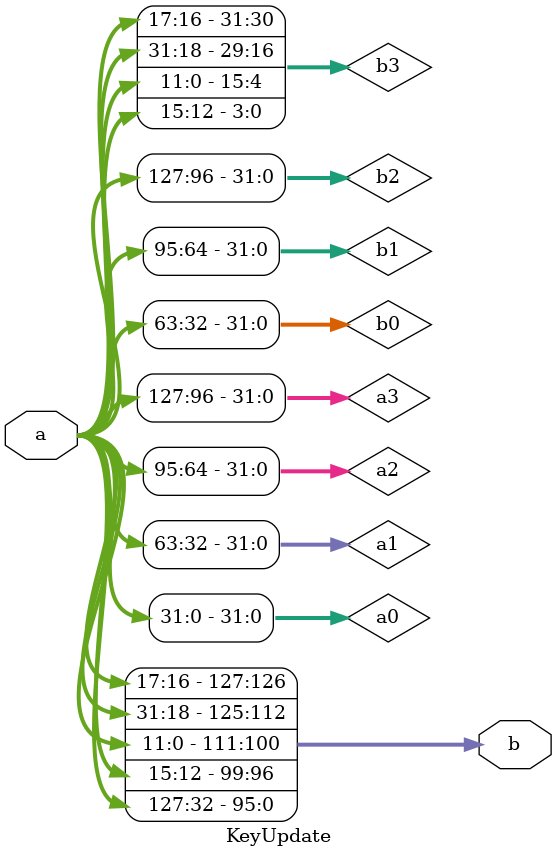
<source format=v>

module KeyUpdate(a,
                 b);

input [127:0] a;
output[127:0] b;

// ---------------------------

wire [31:0] a0,a1,a2,a3;
wire [31:0] b0,b1,b2,b3;

assign a0 = a[31:0];
assign a1 = a[63:32];
assign a2 = a[95:64];
assign a3 = a[127:96];

assign b3[0] = a0[12];
assign b3[1] = a0[13];
assign b3[2] = a0[14];
assign b3[3] = a0[15];
assign b3[4] = a0[0];
assign b3[5] = a0[1];
assign b3[6] = a0[2];
assign b3[7] = a0[3];
assign b3[8] = a0[4];
assign b3[9] = a0[5];
assign b3[10] = a0[6];
assign b3[11] = a0[7];
assign b3[12] = a0[8];
assign b3[13] = a0[9];
assign b3[14] = a0[10];
assign b3[15] = a0[11];
assign b3[16] = a0[18];
assign b3[17] = a0[19];
assign b3[18] = a0[20];
assign b3[19] = a0[21];
assign b3[20] = a0[22];
assign b3[21] = a0[23];
assign b3[22] = a0[24];
assign b3[23] = a0[25];
assign b3[24] = a0[26];
assign b3[25] = a0[27];
assign b3[26] = a0[28];
assign b3[27] = a0[29];
assign b3[28] = a0[30];
assign b3[29] = a0[31];
assign b3[30] = a0[16];
assign b3[31] = a0[17];

assign b0 = a1;
assign b1 = a2;
assign b2 = a3;

// ---------------------------

assign b = {b3,b2,b1,b0};

endmodule
</source>
